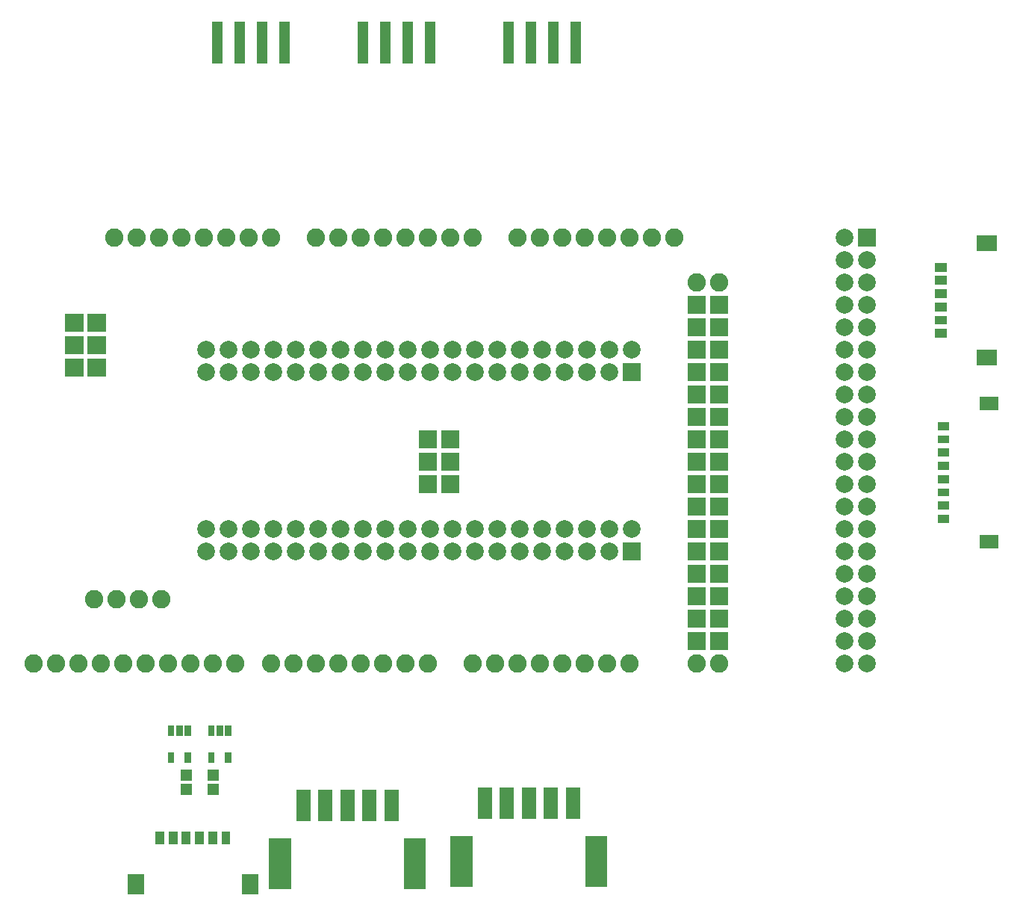
<source format=gts>
G04 Layer: TopSolderMaskLayer*
G04 EasyEDA v6.4.17, 2021-03-06T12:48:26--8:00*
G04 ee12d80863e34575bd4b21ebeaabd800,b5aacd518854429a9b9924e8a25dcfd8,10*
G04 Gerber Generator version 0.2*
G04 Scale: 100 percent, Rotated: No, Reflected: No *
G04 Dimensions in inches *
G04 leading zeros omitted , absolute positions ,3 integer and 6 decimal *
%FSLAX36Y36*%
%MOIN*%

%ADD46C,0.0820*%
%ADD47R,0.0820X0.0820*%
%ADD49C,0.0789*%

%LPD*%
G36*
X2161599Y-1645000D02*
G01*
X2161599Y-1503000D01*
X2224600Y-1503000D01*
X2224600Y-1645000D01*
G37*
G36*
X2260100Y-1645000D02*
G01*
X2260100Y-1503000D01*
X2323100Y-1503000D01*
X2323100Y-1645000D01*
G37*
G36*
X2358500Y-1645000D02*
G01*
X2358500Y-1503000D01*
X2421499Y-1503000D01*
X2421499Y-1645000D01*
G37*
G36*
X2456899Y-1645000D02*
G01*
X2456899Y-1503000D01*
X2519899Y-1503000D01*
X2519899Y-1645000D01*
G37*
G36*
X2555399Y-1645000D02*
G01*
X2555399Y-1503000D01*
X2618400Y-1503000D01*
X2618400Y-1645000D01*
G37*
G36*
X2039300Y-1947800D02*
G01*
X2039300Y-1719800D01*
X2138299Y-1719800D01*
X2138299Y-1947800D01*
G37*
G36*
X2641700Y-1947800D02*
G01*
X2641700Y-1719800D01*
X2740699Y-1719800D01*
X2740699Y-1947800D01*
G37*
G36*
X1351599Y-1655000D02*
G01*
X1351599Y-1513000D01*
X1414600Y-1513000D01*
X1414600Y-1655000D01*
G37*
G36*
X1450100Y-1655000D02*
G01*
X1450100Y-1513000D01*
X1513100Y-1513000D01*
X1513100Y-1655000D01*
G37*
G36*
X1548500Y-1655000D02*
G01*
X1548500Y-1513000D01*
X1611499Y-1513000D01*
X1611499Y-1655000D01*
G37*
G36*
X1646899Y-1655000D02*
G01*
X1646899Y-1513000D01*
X1709899Y-1513000D01*
X1709899Y-1655000D01*
G37*
G36*
X1745399Y-1655000D02*
G01*
X1745399Y-1513000D01*
X1808400Y-1513000D01*
X1808400Y-1655000D01*
G37*
G36*
X1229300Y-1957800D02*
G01*
X1229300Y-1729800D01*
X1328299Y-1729800D01*
X1328299Y-1957800D01*
G37*
G36*
X1831700Y-1957800D02*
G01*
X1831700Y-1729800D01*
X1930699Y-1729800D01*
X1930699Y-1957800D01*
G37*
G36*
X722600Y-1756700D02*
G01*
X722600Y-1701399D01*
X762100Y-1701399D01*
X762100Y-1756700D01*
G37*
G36*
X781599Y-1756700D02*
G01*
X781599Y-1701399D01*
X821099Y-1701399D01*
X821099Y-1756700D01*
G37*
G36*
X899700Y-1756700D02*
G01*
X899700Y-1701399D01*
X939200Y-1701399D01*
X939200Y-1756700D01*
G37*
G36*
X840699Y-1757100D02*
G01*
X840699Y-1700999D01*
X880200Y-1700999D01*
X880200Y-1757100D01*
G37*
G36*
X958800Y-1756700D02*
G01*
X958800Y-1701399D01*
X998299Y-1701399D01*
X998299Y-1756700D01*
G37*
G36*
X1017799Y-1756700D02*
G01*
X1017799Y-1701399D01*
X1057399Y-1701399D01*
X1057399Y-1756700D01*
G37*
G36*
X600000Y-1979499D02*
G01*
X600000Y-1888699D01*
X670999Y-1888699D01*
X670999Y-1979499D01*
G37*
G36*
X1110399Y-1979499D02*
G01*
X1110399Y-1888699D01*
X1181400Y-1888699D01*
X1181400Y-1979499D01*
G37*
G36*
X834300Y-1535199D02*
G01*
X834300Y-1487800D01*
X885699Y-1487800D01*
X885699Y-1535199D01*
G37*
G36*
X834300Y-1472199D02*
G01*
X834300Y-1424800D01*
X885699Y-1424800D01*
X885699Y-1472199D01*
G37*
G36*
X954300Y-1535199D02*
G01*
X954300Y-1487800D01*
X1005699Y-1487800D01*
X1005699Y-1535199D01*
G37*
G36*
X954300Y-1472199D02*
G01*
X954300Y-1424800D01*
X1005699Y-1424800D01*
X1005699Y-1472199D01*
G37*
G36*
X852600Y-1392699D02*
G01*
X852600Y-1345399D01*
X882200Y-1345399D01*
X882200Y-1392699D01*
G37*
G36*
X777799Y-1392699D02*
G01*
X777799Y-1345399D01*
X807399Y-1345399D01*
X807399Y-1392699D01*
G37*
G36*
X777799Y-1274600D02*
G01*
X777799Y-1227300D01*
X807399Y-1227300D01*
X807399Y-1274600D01*
G37*
G36*
X815200Y-1274600D02*
G01*
X815200Y-1227300D01*
X844799Y-1227300D01*
X844799Y-1274600D01*
G37*
G36*
X852600Y-1274600D02*
G01*
X852600Y-1227300D01*
X882200Y-1227300D01*
X882200Y-1274600D01*
G37*
G36*
X1032600Y-1392699D02*
G01*
X1032600Y-1345399D01*
X1062200Y-1345399D01*
X1062200Y-1392699D01*
G37*
G36*
X957799Y-1392699D02*
G01*
X957799Y-1345399D01*
X987399Y-1345399D01*
X987399Y-1392699D01*
G37*
G36*
X957799Y-1274600D02*
G01*
X957799Y-1227300D01*
X987399Y-1227300D01*
X987399Y-1274600D01*
G37*
G36*
X995200Y-1274600D02*
G01*
X995200Y-1227300D01*
X1024799Y-1227300D01*
X1024799Y-1274600D01*
G37*
G36*
X1032600Y-1274600D02*
G01*
X1032600Y-1227300D01*
X1062200Y-1227300D01*
X1062200Y-1274600D01*
G37*
G36*
X4214300Y-322699D02*
G01*
X4214300Y-287100D01*
X4265699Y-287100D01*
X4265699Y-322699D01*
G37*
G36*
X4214300Y-263600D02*
G01*
X4214300Y-228000D01*
X4265699Y-228000D01*
X4265699Y-263600D01*
G37*
G36*
X4214300Y-145500D02*
G01*
X4214300Y-109899D01*
X4265699Y-109899D01*
X4265699Y-145500D01*
G37*
G36*
X4214300Y-204600D02*
G01*
X4214300Y-169000D01*
X4265699Y-169000D01*
X4265699Y-204600D01*
G37*
G36*
X4214300Y-86500D02*
G01*
X4214300Y-50900D01*
X4265699Y-50900D01*
X4265699Y-86500D01*
G37*
G36*
X4214300Y-27399D02*
G01*
X4214300Y8200D01*
X4265699Y8200D01*
X4265699Y-27399D01*
G37*
G36*
X4214300Y31700D02*
G01*
X4214300Y67199D01*
X4265699Y67199D01*
X4265699Y31700D01*
G37*
G36*
X4214300Y90700D02*
G01*
X4214300Y126300D01*
X4265699Y126300D01*
X4265699Y90700D01*
G37*
G36*
X4403599Y-436300D02*
G01*
X4403599Y-377100D01*
X4486499Y-377100D01*
X4486499Y-436300D01*
G37*
G36*
X4403599Y180700D02*
G01*
X4403599Y240000D01*
X4486499Y240000D01*
X4486499Y180700D01*
G37*
G36*
X4201400Y502600D02*
G01*
X4201400Y542100D01*
X4256700Y542100D01*
X4256700Y502600D01*
G37*
G36*
X4201400Y561599D02*
G01*
X4201400Y601100D01*
X4256700Y601100D01*
X4256700Y561599D01*
G37*
G36*
X4201400Y679699D02*
G01*
X4201400Y719200D01*
X4256700Y719200D01*
X4256700Y679699D01*
G37*
G36*
X4201000Y620700D02*
G01*
X4201000Y660199D01*
X4257100Y660199D01*
X4257100Y620700D01*
G37*
G36*
X4201400Y738800D02*
G01*
X4201400Y778299D01*
X4256700Y778299D01*
X4256700Y738800D01*
G37*
G36*
X4201400Y797800D02*
G01*
X4201400Y837399D01*
X4256700Y837399D01*
X4256700Y797800D01*
G37*
G36*
X4388699Y380000D02*
G01*
X4388699Y450999D01*
X4479399Y450999D01*
X4479399Y380000D01*
G37*
G36*
X4388699Y890399D02*
G01*
X4388699Y961399D01*
X4479399Y961399D01*
X4479399Y890399D01*
G37*
G36*
X976000Y1725999D02*
G01*
X976000Y1914000D01*
X1023999Y1914000D01*
X1023999Y1725999D01*
G37*
G36*
X1076000Y1725999D02*
G01*
X1076000Y1914000D01*
X1123999Y1914000D01*
X1123999Y1725999D01*
G37*
G36*
X1176000Y1725999D02*
G01*
X1176000Y1914000D01*
X1223999Y1914000D01*
X1223999Y1725999D01*
G37*
G36*
X1276000Y1725999D02*
G01*
X1276000Y1914000D01*
X1323999Y1914000D01*
X1323999Y1725999D01*
G37*
G36*
X2276000Y1725999D02*
G01*
X2276000Y1914000D01*
X2323999Y1914000D01*
X2323999Y1725999D01*
G37*
G36*
X2376000Y1725999D02*
G01*
X2376000Y1914000D01*
X2423999Y1914000D01*
X2423999Y1725999D01*
G37*
G36*
X2476000Y1725999D02*
G01*
X2476000Y1914000D01*
X2523999Y1914000D01*
X2523999Y1725999D01*
G37*
G36*
X2576000Y1725999D02*
G01*
X2576000Y1914000D01*
X2623999Y1914000D01*
X2623999Y1725999D01*
G37*
G36*
X1626000Y1725999D02*
G01*
X1626000Y1914000D01*
X1673999Y1914000D01*
X1673999Y1725999D01*
G37*
G36*
X1726000Y1725999D02*
G01*
X1726000Y1914000D01*
X1773999Y1914000D01*
X1773999Y1725999D01*
G37*
G36*
X1826000Y1725999D02*
G01*
X1826000Y1914000D01*
X1873999Y1914000D01*
X1873999Y1725999D01*
G37*
G36*
X1926000Y1725999D02*
G01*
X1926000Y1914000D01*
X1973999Y1914000D01*
X1973999Y1725999D01*
G37*
D46*
G01*
X2438999Y950000D03*
G01*
X2538999Y950000D03*
G01*
X2638999Y950000D03*
G01*
X2738999Y950000D03*
G01*
X2838999Y950000D03*
G01*
X2938999Y950000D03*
G01*
X3038999Y950000D03*
G01*
X2338999Y950000D03*
G01*
X2238999Y-950000D03*
G01*
X2338999Y-950000D03*
G01*
X2438999Y-950000D03*
G01*
X2538999Y-950000D03*
G01*
X2638999Y-950000D03*
G01*
X2738999Y-950000D03*
G01*
X2838999Y-950000D03*
G01*
X2138999Y-950000D03*
G01*
X1538999Y950000D03*
G01*
X1638999Y950000D03*
G01*
X1738999Y950000D03*
G01*
X1838999Y950000D03*
G01*
X1938999Y950000D03*
G01*
X2038999Y950000D03*
G01*
X2138999Y950000D03*
G01*
X1438999Y950000D03*
G01*
X1338999Y-950000D03*
G01*
X1438999Y-950000D03*
G01*
X1538999Y-950000D03*
G01*
X1638999Y-950000D03*
G01*
X1738999Y-950000D03*
G01*
X1838999Y-950000D03*
G01*
X1938999Y-950000D03*
G01*
X1238999Y-950000D03*
G01*
X479000Y-950000D03*
G01*
X579000Y-950000D03*
G01*
X679000Y-950000D03*
G01*
X778999Y-950000D03*
G01*
X878999Y-950000D03*
G01*
X978999Y-950000D03*
G01*
X1078999Y-950000D03*
G01*
X379000Y-950000D03*
D47*
G01*
X3238999Y-150000D03*
G01*
X3138999Y-150000D03*
G01*
X3238999Y-250000D03*
G01*
X3138999Y-250000D03*
G01*
X3238999Y-350000D03*
G01*
X3138999Y-350000D03*
G01*
X3238999Y-450000D03*
G01*
X3138999Y-450000D03*
G01*
X3238999Y-550000D03*
G01*
X3138999Y-550000D03*
G01*
X3238999Y-650000D03*
G01*
X3138999Y-650000D03*
G01*
X3238999Y-750000D03*
G01*
X3138999Y-750000D03*
G01*
X3238999Y-850000D03*
G01*
X3138999Y-850000D03*
G01*
X3238999Y650000D03*
G01*
X3138999Y650000D03*
G01*
X3238999Y550000D03*
G01*
X3138999Y550000D03*
G01*
X3238999Y450000D03*
G01*
X3138999Y450000D03*
G01*
X3238999Y350000D03*
G01*
X3138999Y350000D03*
G01*
X3238999Y250000D03*
G01*
X3138999Y250000D03*
G01*
X3238999Y150000D03*
G01*
X3138999Y150000D03*
G01*
X3238999Y50000D03*
G01*
X3138999Y50000D03*
G01*
X3238999Y-50000D03*
G01*
X3138999Y-50000D03*
D46*
G01*
X3138999Y750000D03*
G01*
X3238999Y750000D03*
G01*
X3138999Y-950000D03*
G01*
X3238999Y-950000D03*
G01*
X739000Y950000D03*
G01*
X838999Y950000D03*
G01*
X938999Y950000D03*
G01*
X1038999Y950000D03*
G01*
X1138999Y950000D03*
G01*
X1238999Y950000D03*
G01*
X279000Y-950000D03*
G01*
X179000Y-950000D03*
G01*
X639000Y950000D03*
G01*
X539000Y950000D03*
D47*
G01*
X2038999Y50000D03*
G01*
X1938999Y50000D03*
G01*
X2038999Y-50000D03*
G01*
X1938999Y-50000D03*
G01*
X2038999Y-150000D03*
G01*
X1938999Y-150000D03*
G36*
X320000Y329000D02*
G01*
X320000Y410999D01*
X401999Y410999D01*
X401999Y329000D01*
G37*
G36*
X420000Y329000D02*
G01*
X420000Y410999D01*
X501999Y410999D01*
X501999Y329000D01*
G37*
G36*
X320000Y429000D02*
G01*
X320000Y510999D01*
X401999Y510999D01*
X401999Y429000D01*
G37*
G36*
X420000Y429000D02*
G01*
X420000Y510999D01*
X501999Y510999D01*
X501999Y429000D01*
G37*
G36*
X320000Y529000D02*
G01*
X320000Y610999D01*
X401999Y610999D01*
X401999Y529000D01*
G37*
G36*
X420000Y529000D02*
G01*
X420000Y610999D01*
X501999Y610999D01*
X501999Y529000D01*
G37*
D46*
G01*
X749000Y-661999D03*
G01*
X649000Y-661999D03*
G01*
X549000Y-661999D03*
G01*
X449000Y-661999D03*
G36*
X2810600Y310599D02*
G01*
X2810600Y389400D01*
X2889399Y389400D01*
X2889399Y310599D01*
G37*
D49*
G01*
X2850000Y450000D03*
G01*
X2750000Y350000D03*
G01*
X2750000Y450000D03*
G01*
X2650000Y350000D03*
G01*
X2650000Y450000D03*
G01*
X2550000Y350000D03*
G01*
X2550000Y450000D03*
G01*
X2450000Y350000D03*
G01*
X2450000Y450000D03*
G01*
X2350000Y350000D03*
G01*
X2350000Y450000D03*
G01*
X2250000Y350000D03*
G01*
X2250000Y450000D03*
G01*
X2150000Y350000D03*
G01*
X2150000Y450000D03*
G01*
X2050000Y350000D03*
G01*
X2050000Y450000D03*
G01*
X1950000Y350000D03*
G01*
X1950000Y450000D03*
G01*
X1850000Y350000D03*
G01*
X1850000Y450000D03*
G01*
X1750000Y350000D03*
G01*
X1750000Y450000D03*
G01*
X1650000Y350000D03*
G01*
X1650000Y450000D03*
G01*
X1550000Y350000D03*
G01*
X1550000Y450000D03*
G01*
X1450000Y350000D03*
G01*
X1450000Y450000D03*
G01*
X1350000Y350000D03*
G01*
X1350000Y450000D03*
G01*
X1250000Y350000D03*
G01*
X1250000Y450000D03*
G01*
X1150000Y350000D03*
G01*
X1150000Y450000D03*
G01*
X1050000Y350000D03*
G01*
X1050000Y450000D03*
G01*
X950000Y350000D03*
G01*
X950000Y450000D03*
G36*
X2810600Y-489400D02*
G01*
X2810600Y-410599D01*
X2889399Y-410599D01*
X2889399Y-489400D01*
G37*
G01*
X2850000Y-350000D03*
G01*
X2750000Y-450000D03*
G01*
X2750000Y-350000D03*
G01*
X2650000Y-450000D03*
G01*
X2650000Y-350000D03*
G01*
X2550000Y-450000D03*
G01*
X2550000Y-350000D03*
G01*
X2450000Y-450000D03*
G01*
X2450000Y-350000D03*
G01*
X2350000Y-450000D03*
G01*
X2350000Y-350000D03*
G01*
X2250000Y-450000D03*
G01*
X2250000Y-350000D03*
G01*
X2150000Y-450000D03*
G01*
X2150000Y-350000D03*
G01*
X2050000Y-450000D03*
G01*
X2050000Y-350000D03*
G01*
X1950000Y-450000D03*
G01*
X1950000Y-350000D03*
G01*
X1850000Y-450000D03*
G01*
X1850000Y-350000D03*
G01*
X1750000Y-450000D03*
G01*
X1750000Y-350000D03*
G01*
X1650000Y-450000D03*
G01*
X1650000Y-350000D03*
G01*
X1550000Y-450000D03*
G01*
X1550000Y-350000D03*
G01*
X1450000Y-450000D03*
G01*
X1450000Y-350000D03*
G01*
X1350000Y-450000D03*
G01*
X1350000Y-350000D03*
G01*
X1250000Y-450000D03*
G01*
X1250000Y-350000D03*
G01*
X1150000Y-450000D03*
G01*
X1150000Y-350000D03*
G01*
X1050000Y-450000D03*
G01*
X1050000Y-350000D03*
G01*
X950000Y-450000D03*
G01*
X950000Y-350000D03*
G36*
X3860600Y910599D02*
G01*
X3860600Y989400D01*
X3939399Y989400D01*
X3939399Y910599D01*
G37*
G01*
X3800000Y950000D03*
G01*
X3900000Y850000D03*
G01*
X3800000Y850000D03*
G01*
X3900000Y750000D03*
G01*
X3800000Y750000D03*
G01*
X3900000Y650000D03*
G01*
X3800000Y650000D03*
G01*
X3900000Y550000D03*
G01*
X3800000Y550000D03*
G01*
X3900000Y450000D03*
G01*
X3800000Y450000D03*
G01*
X3900000Y350000D03*
G01*
X3800000Y350000D03*
G01*
X3900000Y250000D03*
G01*
X3800000Y250000D03*
G01*
X3900000Y150000D03*
G01*
X3800000Y150000D03*
G01*
X3900000Y50000D03*
G01*
X3800000Y50000D03*
G01*
X3900000Y-50000D03*
G01*
X3800000Y-50000D03*
G01*
X3900000Y-150000D03*
G01*
X3800000Y-150000D03*
G01*
X3900000Y-250000D03*
G01*
X3800000Y-250000D03*
G01*
X3900000Y-350000D03*
G01*
X3800000Y-350000D03*
G01*
X3900000Y-450000D03*
G01*
X3800000Y-450000D03*
G01*
X3900000Y-550000D03*
G01*
X3800000Y-550000D03*
G01*
X3900000Y-650000D03*
G01*
X3800000Y-650000D03*
G01*
X3900000Y-750000D03*
G01*
X3800000Y-750000D03*
G01*
X3900000Y-850000D03*
G01*
X3800000Y-850000D03*
G01*
X3900000Y-950000D03*
G01*
X3800000Y-950000D03*
M02*

</source>
